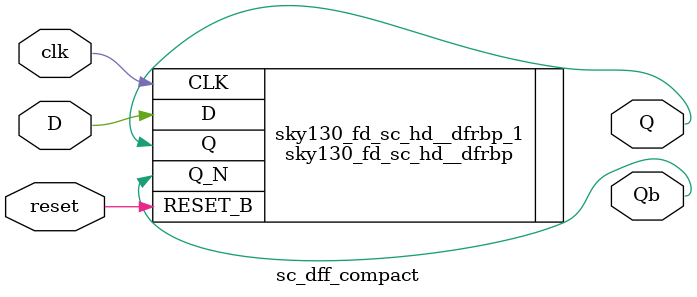
<source format=v>
`timescale 1ns / 1ps

module static_dff(set,
                  reset,
                  clk,
                  D,
                  Q);
//----- GLOBAL PORTS -----
input [0:0] set;
//----- GLOBAL PORTS -----
input [0:0] reset;
//----- GLOBAL PORTS -----
input [0:0] clk;
//----- INPUT PORTS -----
input [0:0] D;
//----- OUTPUT PORTS -----
output [0:0] Q;

//----- BEGIN wire-connection ports -----
//----- END wire-connection ports -----
sky130_fd_sc_hd__dfbbp sky130_fd_sc_hd__dfbbp(.CLK(clk), .D(D), .RESET_B(reset), .SET_B(SET), .Q(Q));


//----- BEGIN Registered ports -----
//----- END Registered ports -----

// ----- Internal logic should start here -----


// ----- Internal logic should end here -----
endmodule
// ----- END Verilog module for static_dff -----


// ----- Template Verilog module for sc_dff_compact -----
// ----- Verilog module for sc_dff_compact -----
module sc_dff_compact(reset,
                      clk,
                      D,
                      Q,
                      Qb);
//----- GLOBAL PORTS -----
input [0:0] reset;
//----- GLOBAL PORTS -----
input [0:0] clk;
//----- INPUT PORTS -----
input [0:0] D;
//----- OUTPUT PORTS -----
output [0:0] Q;
//----- OUTPUT PORTS -----
output [0:0] Qb;
sky130_fd_sc_hd__dfrbp sky130_fd_sc_hd__dfrbp_1(.CLK(clk), .D(D), .RESET_B(reset),  .Q(Q),  .Q_N(Qb));
//----- BEGIN wire-connection ports -----
//----- END wire-connection ports -----


//----- BEGIN Registered ports -----
//----- END Registered ports -----

// ----- Internal logic should start here -----


// ----- Internal logic should end here -----
endmodule
// ----- END Verilog module for sc_dff_compact -----


// ----- Template Verilog module for iopad -----
// ----- Verilog module for iopad -----
/*module iopad(pad,
             outpad,
             en,
             inpad);
//----- GPIO PORTS -----
inout [0:0] pad;
//----- INPUT PORTS -----
input [0:0] outpad;
//----- INPUT PORTS -----
input [0:0] en;
//----- OUTPUT PORTS -----
output [0:0] inpad;
sky130_fd_sc_hd__dfrbp_1 sky130_fd_sc_hd__dfrbp_1(.CLK(clk), .D(D), .RESET_B(reset),  .Q(Q),  .Q_N(Qb));
//----- BEGIN wire-connection ports -----
//----- END wire-connection ports -----


//----- BEGIN Registered ports -----
//----- END Registered ports -----

// ----- Internal logic should start here -----


// ----- Internal logic should end here -----
endmodule*/
// ----- END Verilog module for iopad -----

</source>
